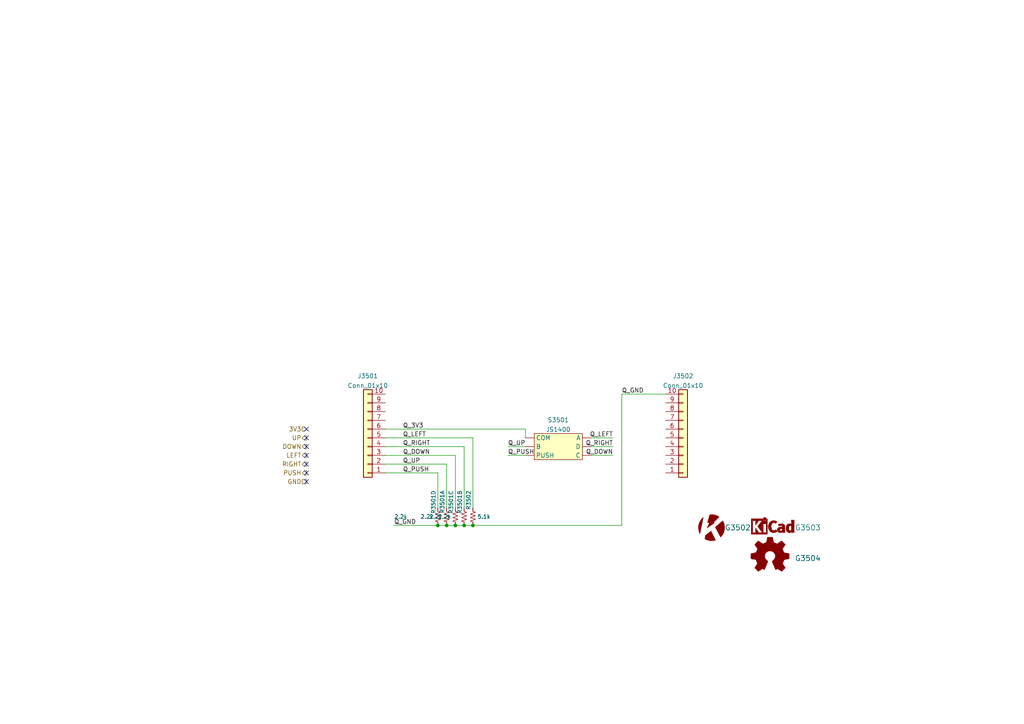
<source format=kicad_sch>
(kicad_sch (version 20211123) (generator eeschema)
  (paper "A4")
  (lib_symbols
    (symbol "Connector_Generic:Conn_01x10" (pin_names (offset 1.016) hide)
      (property "Reference" "J" (at 0 12.7 0))
      (property "Value" "Conn_01x10" (at 0 -15.24 0))
      (symbol "Conn_01x10_1_1"
        (rectangle (start -1.27 -12.573) (end 0 -12.827) (stroke (width 0.1524)))
        (rectangle (start -1.27 -10.033) (end 0 -10.287) (stroke (width 0.1524)))
        (rectangle (start -1.27 -7.493) (end 0 -7.747) (stroke (width 0.1524)))
        (rectangle (start -1.27 -4.953) (end 0 -5.207) (stroke (width 0.1524)))
        (rectangle (start -1.27 -2.413) (end 0 -2.667) (stroke (width 0.1524)))
        (rectangle (start -1.27 0.127) (end 0 -0.127) (stroke (width 0.1524)))
        (rectangle (start -1.27 2.667) (end 0 2.413) (stroke (width 0.1524)))
        (rectangle (start -1.27 5.207) (end 0 4.953) (stroke (width 0.1524)))
        (rectangle (start -1.27 7.747) (end 0 7.493) (stroke (width 0.1524)))
        (rectangle (start -1.27 10.287) (end 0 10.033) (stroke (width 0.1524)))
        (rectangle (start -1.27 11.43) (end 1.27 -13.97) (stroke (width 0.254)) (fill (type background)))
        (pin passive line (at -5.08 10.16 0) (length 3.81) (name "Pin_1") (number "1"))
        (pin passive line (at -5.08 -12.7 0) (length 3.81) (name "Pin_10") (number "10"))
        (pin passive line (at -5.08 7.62 0) (length 3.81) (name "Pin_2") (number "2"))
        (pin passive line (at -5.08 5.08 0) (length 3.81) (name "Pin_3") (number "3"))
        (pin passive line (at -5.08 2.54 0) (length 3.81) (name "Pin_4") (number "4"))
        (pin passive line (at -5.08 0 0) (length 3.81) (name "Pin_5") (number "5"))
        (pin passive line (at -5.08 -2.54 0) (length 3.81) (name "Pin_6") (number "6"))
        (pin passive line (at -5.08 -5.08 0) (length 3.81) (name "Pin_7") (number "7"))
        (pin passive line (at -5.08 -7.62 0) (length 3.81) (name "Pin_8") (number "8"))
        (pin passive line (at -5.08 -10.16 0) (length 3.81) (name "Pin_9") (number "9"))
      )
    )
    (symbol "KwanSystems:DesignedWithKicad" (pin_names (offset 1.016)) (in_bom no)
      (property "Value" "DesignedWithKicad" (at 3.81 -2.54 0))
      (symbol "DesignedWithKicad_0_1"
        (polyline (pts (xy -2.273 4.2434) (xy -2.1768 4.2192) (xy -2.0902 4.1764) (xy -2.0154 4.1166) (xy -1.9544 4.0415) (xy -1.9094 3.9528) (xy -1.8831 3.8565) (xy -1.8773 3.7592) (xy -1.8921 3.6653) (xy -1.9258 3.5775) (xy -1.9765 3.4982) (xy -2.0423 3.4302) (xy -2.1214 3.3759) (xy -2.2119 3.338) (xy -2.2632 3.3256) (xy -2.3077 3.3181) (xy -2.342 3.3151) (xy -2.375 3.3169) (xy -2.4154 3.3238) (xy -2.4485 3.3308) (xy -2.5419 3.3623) (xy -2.6256 3.4134) (xy -2.6977 3.4826) (xy -2.7562 3.5683) (xy -2.7701 3.5955) (xy -2.7866 3.6319) (xy -2.7969 3.6624) (xy -2.8025 3.6946) (xy -2.8047 3.7357) (xy -2.8049 3.7818) (xy -2.8009 3.8661) (xy -2.7874 3.9354) (xy -2.7623 3.996) (xy -2.7228 4.0544) (xy -2.6843 4.0987) (xy -2.6124 4.1645) (xy -2.5373 4.2099) (xy -2.4546 4.2372) (xy -2.3769 4.2474) (xy -2.273 4.2434)) (stroke (width 0.0025)) (fill (type outline)))
        (polyline (pts (xy 0.3284 3.3209) (xy 0.4886 3.2998) (xy 0.6525 3.2596) (xy 0.8223 3.2001) (xy 1 3.1208) (xy 1.0113 3.1153) (xy 1.069 3.0873) (xy 1.1206 3.0632) (xy 1.1622 3.0448) (xy 1.1902 3.0336) (xy 1.1997 3.0311) (xy 1.219 3.0261) (xy 1.2236 3.0219) (xy 1.2185 3.0114) (xy 1.2024 2.9851) (xy 1.1773 2.9457) (xy 1.1449 2.896) (xy 1.1071 2.8387) (xy 1.0658 2.7765) (xy 1.0228 2.7123) (xy 0.9799 2.6487) (xy 0.939 2.5886) (xy 0.902 2.5346) (xy 0.8706 2.4896) (xy 0.8468 2.4563) (xy 0.8323 2.4374) (xy 0.8303 2.4352) (xy 0.8202 2.4399) (xy 0.7978 2.457) (xy 0.7673 2.4836) (xy 0.7515 2.498) (xy 0.655 2.5733) (xy 0.5483 2.6288) (xy 0.4328 2.6639) (xy 0.31 2.6781) (xy 0.2406 2.6769) (xy 0.1194 2.6598) (xy 0.0102 2.6239) (xy -0.0874 2.569) (xy -0.1738 2.4949) (xy -0.2492 2.4013) (xy -0.314 2.2879) (xy -0.3514 2.2013) (xy -0.3953 2.0656) (xy -0.4276 1.9182) (xy -0.4484 1.7627) (xy -0.4579 1.603) (xy -0.4562 1.443) (xy -0.4432 1.2864) (xy -0.4191 1.1371) (xy -0.384 0.9988) (xy -0.3379 0.8753) (xy -0.3216 0.841) (xy -0.2534 0.7269) (xy -0.1729 0.6304) (xy -0.0814 0.5523) (xy 0.0199 0.4934) (xy 0.1299 0.4544) (xy 0.2474 0.4361) (xy 0.2889 0.4348) (xy 0.4104 0.4457) (xy 0.5309 0.4785) (xy 0.6487 0.5326) (xy 0.7623 0.6071) (xy 0.8537 0.6855) (xy 0.9002 0.73) (xy 1.0815 0.4327) (xy 1.1266 0.3586) (xy 1.1678 0.2904) (xy 1.2037 0.2305) (xy 1.2329 0.1816) (xy 1.2538 0.1459) (xy 1.2649 0.126) (xy 1.2664 0.1229) (xy 1.2581 0.1133) (xy 1.2326 0.096) (xy 1.1929 0.0727) (xy 1.1423 0.0451) (xy 1.0841 0.0147) (xy 1.0214 -0.0168) (xy 0.9576 -0.0477) (xy 0.8959 -0.0765) (xy 0.8394 -0.1014) (xy 0.7914 -0.1209) (xy 0.768 -0.1293) (xy 0.6342 -0.1671) (xy 0.4963 -0.1921) (xy 0.3486 -0.2051) (xy 0.2218 -0.2075) (xy 0.1539 -0.2064) (xy 0.0883 -0.2043) (xy 0.0308 -0.2014) (xy -0.0126 -0.1981) (xy -0.0267 -0.1964) (xy -0.1657 -0.1676) (xy -0.3072 -0.1225) (xy -0.4447 -0.0638) (xy -0.5716 0.0059) (xy -0.6491 0.0586) (xy -0.7765 0.1668) (xy -0.8948 0.2933) (xy -1.0018 0.4351) (xy -1.0953 0.589) (xy -1.1732 0.7519) (xy -1.217 0.8692) (xy -1.2673 1.0529) (xy -1.3008 1.2474) (xy -1.3176 1.4487) (xy -1.3176 1.6524) (xy -1.3009 1.8545) (xy -1.2675 2.0506) (xy -1.2174 2.2366) (xy -1.2136 2.2482) (xy -1.1507 2.4103) (xy -1.074 2.5582) (xy -0.9808 2.6961) (xy -0.8685 2.8283) (xy -0.8246 2.8736) (xy -0.6885 2.9975) (xy -0.5485 3.1001) (xy -0.4026 3.1823) (xy -0.2486 3.2454) (xy -0.0843 3.2905) (xy 0.0113 3.308) (xy 0.17 3.3235) (xy 0.3284 3.3209)) (stroke (width 0.0025)) (fill (type outline)))
        (polyline (pts (xy 6.1865 1.7978) (xy 6.1865 1.5633) (xy 6.1866 1.3504) (xy 6.1866 1.1578) (xy 6.1868 0.9845) (xy 6.1871 0.8294) (xy 6.1875 0.6914) (xy 6.1882 0.5693) (xy 6.189 0.4621) (xy 6.1902 0.3687) (xy 6.1917 0.2879) (xy 6.1935 0.2187) (xy 6.1958 0.16) (xy 6.1985 0.1106) (xy 6.2016 0.0695) (xy 6.2053 0.0356) (xy 6.2095 0.0077) (xy 6.2143 -0.0152) (xy 6.2198 -0.0342) (xy 6.2259 -0.0505) (xy 6.2327 -0.0652) (xy 6.2403 -0.0792) (xy 6.2486 -0.0939) (xy 6.2538 -0.103) (xy 6.2881 -0.1637) (xy 5.43 -0.1637) (xy 5.43 -0.0677) (xy 5.4292 -0.0244) (xy 5.4273 0.0088) (xy 5.4245 0.0266) (xy 5.4232 0.0282) (xy 5.4118 0.0213) (xy 5.3891 0.0035) (xy 5.3664 -0.0159) (xy 5.3118 -0.0566) (xy 5.2423 -0.0976) (xy 5.1653 -0.1351) (xy 5.088 -0.1654) (xy 5.0571 -0.175) (xy 4.9886 -0.1896) (xy 4.9058 -0.1995) (xy 4.8164 -0.2046) (xy 4.7282 -0.2044) (xy 4.6492 -0.1987) (xy 4.6115 -0.1929) (xy 4.4734 -0.1548) (xy 4.3461 -0.0971) (xy 4.2303 -0.0202) (xy 4.1266 0.0753) (xy 4.0358 0.1888) (xy 3.969 0.2996) (xy 3.9142 0.4164) (xy 3.8722 0.5357) (xy 3.8422 0.6617) (xy 3.8233 0.7984) (xy 3.8147 0.9498) (xy 3.814 1.0273) (xy 3.8161 1.0841) (xy 4.6452 1.0841) (xy 4.6454 0.991) (xy 4.6483 0.9033) (xy 4.654 0.8262) (xy 4.6625 0.765) (xy 4.665 0.7526) (xy 4.6968 0.6454) (xy 4.7385 0.5583) (xy 4.7904 0.4914) (xy 4.8528 0.4442) (xy 4.9261 0.4166) (xy 5.0107 0.4085) (xy 5.1068 0.4194) (xy 5.1703 0.4352) (xy 5.2195 0.4534) (xy 5.2736 0.4792) (xy 5.3142 0.5029) (xy 5.3848 0.5493) (xy 5.3848 1.6995) (xy 5.3174 1.743) (xy 5.2389 1.784) (xy 5.1547 1.8106) (xy 5.0696 1.8225) (xy 4.9882 1.8193) (xy 4.9154 1.8004) (xy 4.8834 1.7848) (xy 4.8255 1.7418) (xy 4.7765 1.685) (xy 4.7354 1.6124) (xy 4.7009 1.5219) (xy 4.6718 1.4113) (xy 4.6706 1.4055) (xy 4.6604 1.3432) (xy 4.6527 1.2654) (xy 4.6477 1.1773) (xy 4.6452 1.0841) (xy 3.8161 1.0841) (xy 3.8219 1.2401) (xy 3.8438 1.4359) (xy 3.8798 1.6147) (xy 3.9298 1.7762) (xy 3.9937 1.9203) (xy 4.0715 2.0469) (xy 4.1631 2.1559) (xy 4.2685 2.2471) (xy 4.3137 2.2781) (xy 4.4146 2.3342) (xy 4.5179 2.3738) (xy 4.628 2.398) (xy 4.7493 2.4078) (xy 4.8418 2.4067) (xy 4.9715 2.3958) (xy 5.0841 2.374) (xy 5.1829 2.3403) (xy 5.2711 2.2938) (xy 5.32 2.2596) (xy 5.3494 2.2376) (xy 5.371 2.2227) (xy 5.3793 2.2183) (xy 5.3809 2.2291) (xy 5.3822 2.2597) (xy 5.3831 2.3075) (xy 5.3838 2.3695) (xy 5.3842 2.4431) (xy 5.3843 2.5256) (xy 5.3842 2.6141) (xy 5.3838 2.7059) (xy 5.3832 2.7983) (xy 5.3823 2.8885) (xy 5.3813 2.9737) (xy 5.38 3.0513) (xy 5.3786 3.1184) (xy 5.3769 3.1724) (xy 5.3752 3.2104) (xy 5.3747 3.2173) (xy 5.3671 3.2877) (xy 5.3555 3.3429) (xy 5.3378 3.39) (xy 5.3117 3.4364) (xy 5.3054 3.4459) (xy 5.281 3.4826) (xy 6.1863 3.4826) (xy 6.1865 1.7978)) (stroke (width 0.0025)) (fill (type outline)))
        (polyline (pts (xy 2.6736 2.4034) (xy 2.8255 2.3834) (xy 2.9608 2.3498) (xy 3.0802 2.3023) (xy 3.1848 2.2406) (xy 3.2624 2.177) (xy 3.3313 2.1029) (xy 3.385 2.0231) (xy 3.4279 1.9309) (xy 3.4434 1.8878) (xy 3.4562 1.8489) (xy 3.4674 1.8127) (xy 3.4771 1.7776) (xy 3.4854 1.7416) (xy 3.4924 1.703) (xy 3.4983 1.6598) (xy 3.5031 1.6104) (xy 3.5071 1.5527) (xy 3.5103 1.4851) (xy 3.5129 1.4057) (xy 3.5151 1.3126) (xy 3.5168 1.204) (xy 3.5183 1.0781) (xy 3.5198 0.933) (xy 3.521 0.7902) (xy 3.5224 0.634) (xy 3.5236 0.4988) (xy 3.5248 0.3828) (xy 3.5261 0.2844) (xy 3.5277 0.2019) (xy 3.5297 0.1338) (xy 3.5322 0.0782) (xy 3.5353 0.0337) (xy 3.5391 -0.0015) (xy 3.5439 -0.029) (xy 3.5496 -0.0506) (xy 3.5565 -0.0677) (xy 3.5647 -0.0822) (xy 3.5742 -0.0956) (xy 3.5853 -0.1096) (xy 3.5896 -0.1151) (xy 3.6054 -0.1379) (xy 3.6124 -0.1535) (xy 3.6124 -0.1539) (xy 3.6016 -0.1561) (xy 3.5706 -0.1581) (xy 3.522 -0.1599) (xy 3.4582 -0.1615) (xy 3.3817 -0.1626) (xy 3.2949 -0.1634) (xy 3.2005 -0.1637) (xy 3.1896 -0.1637) (xy 2.7667 -0.1637) (xy 2.7634 -0.0676) (xy 2.7601 0.0284) (xy 2.698 -0.0225) (xy 2.6007 -0.0901) (xy 2.4908 -0.1447) (xy 2.4043 -0.175) (xy 2.3353 -0.1897) (xy 2.2519 -0.1997) (xy 2.1622 -0.2046) (xy 2.0738 -0.2043) (xy 1.9949 -0.1984) (xy 1.9586 -0.1926) (xy 1.8186 -0.1548) (xy 1.6922 -0.0999) (xy 1.5803 -0.0289) (xy 1.4838 0.0574) (xy 1.4036 0.1583) (xy 1.3407 0.2729) (xy 1.2963 0.399) (xy 1.284 0.4556) (xy 1.2764 0.5178) (xy 1.2727 0.5926) (xy 1.2722 0.6265) (xy 1.2723 0.6297) (xy 2.0322 0.6297) (xy 2.0415 0.5547) (xy 2.0697 0.4908) (xy 2.1182 0.4352) (xy 2.1233 0.4308) (xy 2.1715 0.396) (xy 2.2233 0.3734) (xy 2.284 0.3615) (xy 2.3594 0.3586) (xy 2.3775 0.359) (xy 2.4313 0.3617) (xy 2.4713 0.3671) (xy 2.5063 0.3773) (xy 2.5451 0.3941) (xy 2.5557 0.3993) (xy 2.6164 0.4352) (xy 2.6632 0.4778) (xy 2.676 0.493) (xy 2.7206 0.5495) (xy 2.7206 0.7454) (xy 2.7201 0.8241) (xy 2.7184 0.882) (xy 2.7154 0.9211) (xy 2.7111 0.9433) (xy 2.707 0.9497) (xy 2.691 0.9529) (xy 2.6573 0.9555) (xy 2.6103 0.9573) (xy 2.555 0.9581) (xy 2.5461 0.9582) (xy 2.4253 0.9529) (xy 2.3227 0.9367) (xy 2.2361 0.909) (xy 2.1637 0.8692) (xy 2.1088 0.8222) (xy 2.0642 0.7644) (xy 2.0395 0.7013) (xy 2.0322 0.6297) (xy 1.2723 0.6297) (xy 1.2742 0.7203) (xy 1.2825 0.7992) (xy 1.2988 0.8704) (xy 1.3244 0.9411) (xy 1.3484 0.9935) (xy 1.407 1.0888) (xy 1.4851 1.1768) (xy 1.5803 1.256) (xy 1.6902 1.3247) (xy 1.8125 1.3813) (xy 1.9448 1.4242) (xy 2.0094 1.4391) (xy 2.1456 1.4612) (xy 2.294 1.4758) (xy 2.4455 1.4822) (xy 2.5721 1.4806) (xy 2.734 1.4738) (xy 2.7265 1.5328) (xy 2.7072 1.6319) (xy 2.6761 1.7126) (xy 2.6323 1.7755) (xy 2.5749 1.8212) (xy 2.503 1.8504) (xy 2.4159 1.8636) (xy 2.3127 1.8614) (xy 2.2747 1.8574) (xy 2.1335 1.8322) (xy 1.9967 1.7912) (xy 1.9022 1.7532) (xy 1.857 1.7338) (xy 1.8186 1.7182) (xy 1.7922 1.7086) (xy 1.7845 1.7065) (xy 1.7748 1.7156) (xy 1.7581 1.7446) (xy 1.7342 1.7938) (xy 1.7031 1.8635) (xy 1.6645 1.9541) (xy 1.6579 1.9699) (xy 1.6279 2.0422) (xy 1.6009 2.1076) (xy 1.5781 2.1631) (xy 1.5608 2.2059) (xy 1.55 2.2332) (xy 1.5469 2.2421) (xy 1.5569 2.2468) (xy 1.5832 2.2521) (xy 1.6115 2.2558) (xy 1.6416 2.2605) (xy 1.6894 2.27) (xy 1.7506 2.2832) (xy 1.8209 2.2992) (xy 1.8962 2.3172) (xy 1.9248 2.3242) (xy 2.0298 2.3498) (xy 2.1175 2.3699) (xy 2.1921 2.385) (xy 2.2579 2.396) (xy 2.3193 2.4033) (xy 2.3806 2.4077) (xy 2.4461 2.4097) (xy 2.5041 2.4101) (xy 2.6736 2.4034)) (stroke (width 0.0025)) (fill (type outline)))
        (polyline (pts (xy -2.9464 3.7809) (xy -2.9355 3.667) (xy -2.9039 3.5594) (xy -2.853 3.4604) (xy -2.7843 3.3723) (xy -2.6992 3.2975) (xy -2.6022 3.2396) (xy -2.496 3.2) (xy -2.389 3.1814) (xy -2.2833 3.1826) (xy -2.1811 3.2021) (xy -2.0845 3.2386) (xy -1.9956 3.2908) (xy -1.9165 3.3573) (xy -1.8494 3.4368) (xy -1.7962 3.528) (xy -1.7592 3.6295) (xy -1.7404 3.7399) (xy -1.7385 3.7898) (xy -1.7385 3.8777) (xy -1.6866 3.8777) (xy -1.6503 3.8749) (xy -1.6234 3.8631) (xy -1.5962 3.8394) (xy -1.5579 3.801) (xy -1.5579 1.6094) (xy -1.5579 1.3473) (xy -1.5579 1.1068) (xy -1.558 0.887) (xy -1.5581 0.6869) (xy -1.5582 0.5057) (xy -1.5584 0.3423) (xy -1.5587 0.1958) (xy -1.5591 0.0654) (xy -1.5595 -0.05) (xy -1.56 -0.1513) (xy -1.5606 -0.2395) (xy -1.5613 -0.3154) (xy -1.5621 -0.3801) (xy -1.5631 -0.4344) (xy -1.5642 -0.4793) (xy -1.5654 -0.5157) (xy -1.5667 -0.5447) (xy -1.5683 -0.5671) (xy -1.5699 -0.5838) (xy -1.5718 -0.5959) (xy -1.5738 -0.6042) (xy -1.576 -0.6097) (xy -1.5771 -0.6115) (xy -1.5813 -0.6185) (xy -1.5848 -0.625) (xy -1.5886 -0.6309) (xy -1.5937 -0.6363) (xy -1.6009 -0.6412) (xy -1.6111 -0.6456) (xy -1.6254 -0.6496) (xy -1.6445 -0.6531) (xy -1.6695 -0.6563) (xy -1.7012 -0.659) (xy -1.7407 -0.6615) (xy -1.7887 -0.6636) (xy -1.8462 -0.6653) (xy -1.9142 -0.6668) (xy -1.9936 -0.6681) (xy -2.0853 -0.6691) (xy -2.1902 -0.6699) (xy -2.3092 -0.6705) (xy -2.4433 -0.6709) (xy -2.5934 -0.6712) (xy -2.7604 -0.6714) (xy -2.9452 -0.6715) (xy -3.1488 -0.6715) (xy -3.3721 -0.6715) (xy -3.6159 -0.6715) (xy -3.8813 -0.6714) (xy -3.9197 -0.6714) (xy -4.1867 -0.6714) (xy -4.432 -0.6713) (xy -4.6566 -0.6712) (xy -4.8613 -0.6711) (xy -5.0472 -0.6709) (xy -5.2151 -0.6706) (xy -5.3659 -0.6703) (xy -5.5006 -0.6699) (xy -5.62 -0.6694) (xy -5.7252 -0.6689) (xy -5.817 -0.6683) (xy -5.8963 -0.6675) (xy -5.964 -0.6667) (xy -6.0212 -0.6657) (xy -6.0686 -0.6646) (xy -6.1073 -0.6634) (xy -6.138 -0.662) (xy -6.1619 -0.6606) (xy -6.1797 -0.6589) (xy -6.1924 -0.6571) (xy -6.2009 -0.6551) (xy -6.2053 -0.6535) (xy -6.2137 -0.6499) (xy -6.2215 -0.6473) (xy -6.2286 -0.6446) (xy -6.2351 -0.6411) (xy -6.2409 -0.6356) (xy -6.2462 -0.6274) (xy -6.251 -0.6154) (xy -6.2552 -0.5987) (xy -6.2589 -0.5765) (xy -6.2622 -0.5477) (xy -6.2651 -0.5114) (xy -6.2675 -0.4667) (xy -6.2696 -0.4126) (xy -6.2714 -0.3483) (xy -6.2728 -0.2727) (xy -6.274 -0.185) (xy -6.2749 -0.0842) (xy -6.2756 0.0306) (xy -6.2761 0.1603) (xy -6.2764 0.306) (xy -6.2766 0.4685) (xy -6.2767 0.6487) (xy -6.2767 0.8476) (xy -6.2767 1.0662) (xy -6.2766 1.3053) (xy -6.2766 1.566) (xy -6.2766 1.6081) (xy -6.2766 1.871) (xy -6.2767 2.1123) (xy -6.2767 2.3328) (xy -6.2766 2.5336) (xy -6.2765 2.7157) (xy -6.2764 2.8798) (xy -6.2761 3.027) (xy -6.2756 3.1582) (xy -6.275 3.2681) (xy -5.9722 3.2681) (xy -5.9324 3.2103) (xy -5.9212 3.1945) (xy -5.9112 3.1806) (xy -5.9021 3.1672) (xy -5.8941 3.1533) (xy -5.887 3.1376) (xy -5.8807 3.119) (xy -5.8753 3.0963) (xy -5.8707 3.0683) (xy -5.8667 3.0337) (xy -5.8634 2.9915) (xy -5.8607 2.9404) (xy -5.8585 2.8793) (xy -5.8567 2.8069) (xy -5.8554 2.722) (xy -5.8545 2.6236) (xy -5.8539 2.5103) (xy -5.8535 2.3811) (xy -5.8533 2.2347) (xy -5.8532 2.0699) (xy -5.8532 1.8856) (xy -5.8533 1.6805) (xy -5.8533 1.5579) (xy -5.8533 1.3409) (xy -5.8532 1.1454) (xy -5.8532 0.97) (xy -5.8534 0.8137) (xy -5.8536 0.6751) (xy -5.8541 0.5533) (xy -5.8549 0.4468) (xy -5.856 0.3547) (xy -5.8574 0.2756) (xy -5.8593 0.2084) (xy -5.8617 0.1519) (xy -5.8647 0.1049) (xy -5.8683 0.0662) (xy -5.8725 0.0347) (xy -5.8774 0.0091) (xy -5.8832 -0.0117) (xy -5.8897 -0.0289) (xy -5.8972 -0.0438) (xy -5.9056 -0.0574) (xy -5.915 -0.0711) (xy -5.9254 -0.0859) (xy -5.9315 -0.0948) (xy -5.9703 -0.1524) (xy -5.4387 -0.1524) (xy -5.3155 -0.1524) (xy -5.213 -0.1522) (xy -5.1294 -0.1519) (xy -5.063 -0.1513) (xy -5.0118 -0.1504) (xy -4.974 -0.1491) (xy -4.9479 -0.1473) (xy -4.9316 -0.145) (xy -4.9233 -0.142) (xy -4.9212 -0.1384) (xy -4.9233 -0.1341) (xy -4.9245 -0.1326) (xy -4.9497 -0.0956) (xy -4.9756 -0.0428) (xy -4.9992 0.0192) (xy -5.0075 0.0456) (xy -5.0121 0.0636) (xy -5.016 0.0846) (xy -5.0192 0.1109) (xy -5.022 0.1445) (xy -5.0242 0.1874) (xy -5.0261 0.2418) (xy -5.0276 0.3097) (xy -5.029 0.3933) (xy -5.0302 0.4946) (xy -5.0313 0.6157) (xy -5.0317 0.6604) (xy -5.0327 0.7856) (xy -5.0335 0.8899) (xy -5.0339 0.9753) (xy -5.034 1.0435) (xy -5.0336 1.0962) (xy -5.0327 1.1354) (xy -5.0313 1.1627) (xy -5.0293 1.18) (xy -5.0266 1.1891) (xy -5.0232 1.1917) (xy -5.019 1.1896) (xy -5.0146 1.1853) (xy -5.0042 1.1724) (xy -4.9822 1.1433) (xy -4.95 1.1002) (xy -4.9092 1.0453) (xy -4.8614 0.9806) (xy -4.8081 0.9083) (xy -4.7509 0.8305) (xy -4.6914 0.7493) (xy -4.6312 0.6669) (xy -4.5717 0.5855) (xy -4.5145 0.507) (xy -4.4612 0.4338) (xy -4.4135 0.3679) (xy -4.3727 0.3113) (xy -4.3405 0.2664) (xy -4.3185 0.2352) (xy -4.3139 0.2285) (xy -4.291 0.1916) (xy -4.2642 0.1436) (xy -4.2388 0.0941) (xy -4.2356 0.0874) (xy -4.2139 0.0392) (xy -4.2013 0.0017) (xy -4.1956 -0.0342) (xy -4.1945 -0.0762) (xy -4.1951 -0.1524) (xy -3.0407 -0.1524) (xy -3.1318 -0.0587) (xy -3.1786 -0.0088) (xy -3.2289 0.0477) (xy -3.2749 0.102) (xy -3.2954 0.1273) (xy -3.3258 0.1669) (xy -3.3659 0.2201) (xy -3.4144 0.2853) (xy -3.4701 0.361) (xy -3.532 0.4454) (xy -3.5988 0.537) (xy -3.6694 0.6341) (xy -3.7425 0.7351) (xy -3.8171 0.8383) (xy -3.8919 0.9422) (xy -3.9658 1.0451) (xy -4.0376 1.1454) (xy -4.1062 1.2414) (xy -4.1703 1.3315) (xy -4.2288 1.4141) (xy -4.2805 1.4875) (xy -4.3242 1.5502) (xy -4.3589 1.6004) (xy -4.3832 1.6367) (xy -4.3961 1.6572) (xy -4.3979 1.6613) (xy -4.3899 1.6727) (xy -4.3691 1.6998) (xy -4.3368 1.7412) (xy -4.2945 1.795) (xy -4.2433 1.8595) (xy -4.1848 1.9331) (xy -4.1203 2.014) (xy -4.0511 2.1006) (xy -3.9787 2.1912) (xy -3.9042 2.2839) (xy -3.8445 2.3583) (xy -2.8335 2.3583) (xy -2.8276 2.3453) (xy -2.8133 2.3231) (xy -2.8122 2.3216) (xy -2.7934 2.2915) (xy -2.7738 2.2546) (xy -2.7699 2.2465) (xy -2.7664 2.2381) (xy -2.7632 2.2279) (xy -2.7605 2.2147) (xy -2.7581 2.1971) (xy -2.756 2.1735) (xy -2.7542 2.1427) (xy -2.7527 2.1032) (xy -2.7514 2.0537) (xy -2.7503 1.9928) (xy -2.7494 1.919) (xy -2.7486 1.831) (xy -2.7479 1.7273) (xy -2.7474 1.6067) (xy -2.7468 1.4676) (xy -2.7463 1.3088) (xy -2.7457 1.1299) (xy -2.7452 0.9448) (xy -2.7448 0.7809) (xy -2.7445 0.6367) (xy -2.7445 0.5109) (xy -2.7448 0.4021) (xy -2.7454 0.3089) (xy -2.7465 0.2299) (xy -2.7481 0.1637) (xy -2.7503 0.1088) (xy -2.7531 0.064) (xy -2.7567 0.0277) (xy -2.761 -0.0013) (xy -2.7661 -0.0246) (xy -2.7722 -0.0435) (xy -2.7792 -0.0594) (xy -2.7873 -0.0736) (xy -2.7965 -0.0877) (xy -2.805 -0.1002) (xy -2.8222 -0.1265) (xy -2.8323 -0.144) (xy -2.8335 -0.1473) (xy -2.8226 -0.1483) (xy -2.7914 -0.1493) (xy -2.7422 -0.1502) (xy -2.6773 -0.151) (xy -2.599 -0.1516) (xy -2.5096 -0.1521) (xy -2.4114 -0.1523) (xy -2.3424 -0.1524) (xy -2.2375 -0.1522) (xy -2.1406 -0.1515) (xy -2.0541 -0.1505) (xy -1.9801 -0.1492) (xy -1.9209 -0.1476) (xy -1.8785 -0.1458) (xy -1.8553 -0.1438) (xy -1.8514 -0.1425) (xy -1.8591 -0.1276) (xy -1.8671 -0.1196) (xy -1.8802 -0.1024) (xy -1.8975 -0.0722) (xy -1.9094 -0.0476) (xy -1.936 0.0113) (xy -1.9391 1.1882) (xy -1.9422 2.365) (xy -2.3879 2.365) (xy -2.4857 2.3649) (xy -2.5761 2.3644) (xy -2.6566 2.3637) (xy -2.725 2.3627) (xy -2.7787 2.3615) (xy -2.8153 2.3602) (xy -2.8325 2.3588) (xy -2.8335 2.3583) (xy -3.8445 2.3583) (xy -3.8293 2.3773) (xy -3.7551 2.4695) (xy -3.6831 2.5588) (xy -3.6146 2.6436) (xy -3.551 2.7221) (xy -3.4936 2.7927) (xy -3.4438 2.8536) (xy -3.4031 2.9032) (xy -3.3859 2.9238) (xy -3.2996 3.0245) (xy -3.223 3.1077) (xy -3.1542 3.1756) (xy -3.0912 3.2299) (xy -3.0819 3.2373) (xy -3.0424 3.2679) (xy -4.1741 3.2681) (xy -4.1688 3.2202) (xy -4.1721 3.1628) (xy -4.1937 3.0945) (xy -4.2336 3.0148) (xy -4.2789 2.9425) (xy -4.2952 2.9199) (xy -4.3232 2.8823) (xy -4.3614 2.832) (xy -4.4081 2.771) (xy -4.4617 2.7016) (xy -4.5203 2.6258) (xy -4.5825 2.5458) (xy -4.6464 2.4638) (xy -4.7105 2.3818) (xy -4.773 2.3021) (xy -4.8323 2.2267) (xy -4.8868 2.1578) (xy -4.9346 2.0976) (xy -4.9743 2.0481) (xy -5.004 2.0116) (xy -5.0222 1.9901) (xy -5.0252 1.9868) (xy -5.0281 1.9949) (xy -5.0303 2.0251) (xy -5.0319 2.0774) (xy -5.0328 2.1515) (xy -5.033 2.2469) (xy -5.0326 2.3636) (xy -5.0317 2.4836) (xy -5.0304 2.6157) (xy -5.0289 2.7274) (xy -5.0269 2.821) (xy -5.0242 2.8986) (xy -5.0206 2.9624) (xy -5.0158 3.0147) (xy -5.0095 3.0577) (xy -5.0015 3.0934) (xy -4.9916 3.1243) (xy -4.9795 3.1524) (xy -4.965 3.18) (xy -4.9503 3.205) (xy -4.9123 3.2681) (xy -5.9722 3.2681) (xy -6.275 3.2681) (xy -6.275 3.2744) (xy -6.2742 3.3765) (xy -6.2732 3.4654) (xy -6.2719 3.5421) (xy -6.2704 3.6075) (xy -6.2685 3.6626) (xy -6.2664 3.7082) (xy -6.2639 3.7455) (xy -6.261 3.7752) (xy -6.2577 3.7983) (xy -6.254 3.8159) (xy -6.2499 3.8287) (xy -6.2452 3.8378) (xy -6.2401 3.8441) (xy -6.2345 3.8485) (xy -6.2283 3.852) (xy -6.2215 3.8556) (xy -6.2155 3.8591) (xy -6.2103 3.8617) (xy -6.2021 3.864) (xy -6.1899 3.8661) (xy -6.1725 3.868) (xy -6.149 3.8697) (xy -6.1181 3.8711) (xy -6.0788 3.8724) (xy -6.03 3.8735) (xy -5.9705 3.8744) (xy -5.8994 3.8752) (xy -5.8155 3.8759) (xy -5.7177 3.8764) (xy -5.6049 3.8768) (xy -5.476 3.8772) (xy -5.33 3.8774) (xy -5.1657 3.8776) (xy -4.982 3.8777) (xy -4.7779 3.8777) (xy -4.5668 3.8777) (xy -2.9464 3.8777) (xy -2.9464 3.7809)) (stroke (width 0.0025)) (fill (type outline)))
      )
    )
    (symbol "KwanSystems:JS5208" (pin_numbers hide)
      (property "Reference" "S" (at -6.35 5.08 0))
      (property "Value" "JS5208" (at -3.81 -5.08 0))
      (symbol "JS5208_0_1"
        (rectangle (start -7.62 3.81) (end 6.35 -3.81) (stroke (width 0.1524)) (fill (type background)))
      )
      (symbol "JS5208_1_1"
        (pin passive line (at 8.89 2.54 180) (length 2.54) (name "A") (number "A"))
        (pin passive line (at -10.16 0 0) (length 2.54) (name "B") (number "B"))
        (pin passive line (at 8.89 -2.54 180) (length 2.54) (name "C") (number "C"))
        (pin passive line (at -10.16 2.54 0) (length 2.54) (name "COM") (number "COM"))
        (pin passive line (at 8.89 0 180) (length 2.54) (name "D") (number "D"))
        (pin passive line (at -10.16 -2.54 0) (length 2.54) (name "PUSH") (number "PUSH"))
      )
    )
    (symbol "KwanSystems:KwanSystems" (pin_names (offset 1.016)) (in_bom no)
      (property "Value" "KwanSystems" (at 0 -5.08 0))
      (symbol "KwanSystems_0_1"
        (polyline (pts (xy 0.3018 3.8025) (xy 0.5462 3.7744) (xy 0.7854 3.7321) (xy 1.0193 3.6754) (xy 1.2478 3.6045) (xy 1.4711 3.5193) (xy 1.689 3.4198) (xy 1.9015 3.3061) (xy 2.1085 3.1781) (xy 2.2308 3.09) (xy 0.4924 1.42) (xy 0.9508 1.42) (xy -1.31 -0.12) (xy -0.5992 1.42) (xy -1.1938 1.42) (xy -0.5192 3.78) (xy -0.3885 3.7927) (xy -0.1814 3.8059) (xy 0.0333 3.811)) (stroke (width 0.0025)) (fill (type outline)))
        (polyline (pts (xy 1.2117 -3.611) (xy 1.1805 -3.6269) (xy 1.1201 -3.6454) (xy 1.0517 -3.6655) (xy 0.8462 -3.7189) (xy 0.6348 -3.7604) (xy 0.4156 -3.7905) (xy 0.3277 -3.7992) (xy 0.1234 -3.8081) (xy 0.0408 -3.8091) (xy -0.0437 -3.8092) (xy -0.1265 -3.8082) (xy -0.3391 -3.7989) (xy -0.5799 -3.7695) (xy -0.8161 -3.7257) (xy -1.0478 -3.6672) (xy -1.2753 -3.5942) (xy -1.4987 -3.5065) (xy -1.6599 -3.4329) (xy -1.8371 -3.3426) (xy -1.9342 -3.2879) (xy -1.78 -2.25) (xy -0.12 -0.95)) (stroke (width 0.0025)) (fill (type outline)))
        (polyline (pts (xy -3.33 -1.85) (xy -3.4035 -1.7216) (xy -3.5014 -1.5107) (xy -3.5664 -1.3527) (xy -3.641 -1.1379) (xy -3.7016 -0.923) (xy -3.7485 -0.7062) (xy -3.782 -0.486) (xy -3.8025 -0.2605) (xy -3.8102 -0.0281) (xy -3.8103 0) (xy -3.8029 0.2742) (xy -3.7787 0.5215) (xy -3.7379 0.7583) (xy -3.6926 0.9566) (xy -3.6383 1.1468) (xy -3.5739 1.3326) (xy -3.4979 1.5178) (xy -3.4219 1.6804) (xy -3.3272 1.8622) (xy -3.2273 2.0324) (xy -3.1205 2.1935) (xy -3.0049 2.3481) (xy -2.8787 2.4988) (xy -2.7399 2.6482) (xy -2.6018 2.7839) (xy -2.4691 2.9048) (xy -2.33 3.02)) (stroke (width 0.0025)) (fill (type outline)))
        (polyline (pts (xy 3.337 1.8449) (xy 3.4183 1.6918) (xy 3.5168 1.4771) (xy 3.6016 1.2562) (xy 3.6727 1.0287) (xy 3.73 0.7948) (xy 3.7737 0.5541) (xy 3.7919 0.4191) (xy 3.7965 0.3713) (xy 3.8004 0.3111) (xy 3.8037 0.2415) (xy 3.8062 0.1653) (xy 3.808 0.0853) (xy 3.8091 0.0045) (xy 3.8092 -0.0742) (xy 3.8085 -0.148) (xy 3.8068 -0.214) (xy 3.8042 -0.2693) (xy 3.8033 -0.2821) (xy 3.7774 -0.5241) (xy 3.7368 -0.7619) (xy 3.6819 -0.9952) (xy 3.6126 -1.2235) (xy 3.5291 -1.4466) (xy 3.4316 -1.664) (xy 3.3202 -1.8755) (xy 3.1951 -2.0807) (xy 3.0563 -2.2792) (xy 2.918 -2.4541) (xy 2.7919 -2.5949) (xy 2.62 -2.77) (xy 1.07 0.12) (xy 3.24 2.01)) (stroke (width 0.0025)) (fill (type outline)))
      )
    )
    (symbol "KwanSystems:OSHW" (pin_names (offset 1.016)) (in_bom no)
      (property "Value" "OSHW" (at 10.16 1.27 0))
      (symbol "OSHW_0_1"
        (polyline (pts (xy 3.81 -3.81) (xy 3.7592 -3.7846) (xy 3.6322 -3.7084) (xy 3.4544 -3.5814) (xy 3.2258 -3.429) (xy 2.9972 -3.2766) (xy 2.8194 -3.175) (xy 2.6924 -3.0734) (xy 2.6416 -3.048) (xy 2.6162 -3.0734) (xy 2.5146 -3.1242) (xy 2.3622 -3.2004) (xy 2.2606 -3.2512) (xy 2.1336 -3.302) (xy 2.0574 -3.302) (xy 2.0574 -3.302) (xy 2.0066 -3.2004) (xy 1.9304 -2.9972) (xy 1.8034 -2.7686) (xy 1.7018 -2.4892) (xy 1.5748 -2.1844) (xy 1.4224 -1.8796) (xy 1.3208 -1.5748) (xy 1.1938 -1.2954) (xy 1.1176 -1.0922) (xy 1.0668 -0.9398) (xy 1.0414 -0.8636) (xy 1.0414 -0.8636) (xy 1.1176 -0.7874) (xy 1.2446 -0.7112) (xy 1.4986 -0.4826) (xy 1.7526 -0.1524) (xy 1.905 0.2032) (xy 1.9812 0.6096) (xy 1.9304 0.9906) (xy 1.778 1.3462) (xy 1.524 1.6764) (xy 1.2192 1.905) (xy 0.8636 2.0574) (xy 0.4572 2.1082) (xy 0.0762 2.0828) (xy -0.2794 1.9304) (xy -0.6096 1.6764) (xy -0.762 1.524) (xy -0.9398 1.1938) (xy -1.0668 0.8382) (xy -1.0668 0.762) (xy -1.0414 0.3556) (xy -0.9398 0) (xy -0.7366 -0.3302) (xy -0.4572 -0.6096) (xy -0.4064 -0.635) (xy -0.2794 -0.7366) (xy -0.1778 -0.8128) (xy -0.127 -0.8636) (xy -0.6096 -2.0574) (xy -0.6858 -2.2606) (xy -0.8382 -2.5908) (xy -0.9398 -2.8702) (xy -1.0414 -3.0988) (xy -1.1176 -3.2512) (xy -1.143 -3.302) (xy -1.143 -3.302) (xy -1.1938 -3.302) (xy -1.27 -3.2766) (xy -1.4478 -3.2004) (xy -1.5494 -3.1496) (xy -1.6764 -3.0734) (xy -1.7526 -3.048) (xy -1.8034 -3.0734) (xy -1.905 -3.1496) (xy -2.0828 -3.2766) (xy -2.3114 -3.429) (xy -2.5146 -3.556) (xy -2.6924 -3.683) (xy -2.8448 -3.7846) (xy -2.8956 -3.81) (xy -2.921 -3.81) (xy -2.9718 -3.7846) (xy -3.0734 -3.683) (xy -3.2512 -3.5306) (xy -3.4798 -3.302) (xy -3.5052 -3.2766) (xy -3.7084 -3.0734) (xy -3.8608 -2.921) (xy -3.9624 -2.794) (xy -3.9878 -2.7432) (xy -3.9878 -2.7432) (xy -3.9624 -2.6924) (xy -3.8608 -2.54) (xy -3.7592 -2.3622) (xy -3.6068 -2.1336) (xy -3.2004 -1.5494) (xy -3.429 -1.016) (xy -3.4798 -0.8382) (xy -3.5814 -0.635) (xy -3.6322 -0.508) (xy -3.6576 -0.4318) (xy -3.7338 -0.4064) (xy -3.8608 -0.381) (xy -4.0894 -0.3302) (xy -4.3434 -0.2794) (xy -4.5974 -0.254) (xy -4.8006 -0.2032) (xy -4.9784 -0.1778) (xy -5.0546 -0.1524) (xy -5.0546 -0.1524) (xy -5.08 -0.1016) (xy -5.08 -0.0254) (xy -5.08 0.1016) (xy -5.1054 0.3048) (xy -5.1054 0.6096) (xy -5.1054 0.6604) (xy -5.08 0.9398) (xy -5.08 1.1684) (xy -5.08 1.2954) (xy -5.08 1.3716) (xy -5.08 1.3716) (xy -5.0038 1.3716) (xy -4.8514 1.4224) (xy -4.6228 1.4478) (xy -4.3688 1.4986) (xy -4.3434 1.524) (xy -4.0894 1.5748) (xy -3.8608 1.6002) (xy -3.7084 1.651) (xy -3.6322 1.6764) (xy -3.6322 1.6764) (xy -3.5814 1.778) (xy -3.5052 1.9558) (xy -3.4036 2.159) (xy -3.3274 2.3622) (xy -3.2512 2.54) (xy -3.2004 2.6924) (xy -3.175 2.7432) (xy -3.175 2.7432) (xy -3.2258 2.8194) (xy -3.302 2.9464) (xy -3.429 3.1242) (xy -3.6068 3.3528) (xy -3.6068 3.3782) (xy -3.7592 3.6068) (xy -3.8862 3.7846) (xy -3.9624 3.9116) (xy -3.9878 3.9878) (xy -3.9878 3.9878) (xy -3.937 4.0386) (xy -3.8354 4.1656) (xy -3.6576 4.3434) (xy -3.4798 4.5466) (xy -3.4036 4.5974) (xy -3.2004 4.826) (xy -3.048 4.953) (xy -2.9464 5.0292) (xy -2.8956 5.0546) (xy -2.8956 5.0546) (xy -2.8448 5.0038) (xy -2.6924 4.9022) (xy -2.5146 4.7752) (xy -2.286 4.6228) (xy -2.2606 4.6228) (xy -2.032 4.4704) (xy -1.8542 4.3434) (xy -1.7272 4.2418) (xy -1.6764 4.2164) (xy -1.651 4.2164) (xy -1.5748 4.2418) (xy -1.397 4.2926) (xy -1.2192 4.3688) (xy -1.016 4.4704) (xy -0.8128 4.5466) (xy -0.6858 4.5974) (xy -0.6096 4.6482) (xy -0.6096 4.6482) (xy -0.5842 4.7244) (xy -0.5588 4.8768) (xy -0.508 5.1054) (xy -0.4572 5.3848) (xy -0.4318 5.4356) (xy -0.381 5.6896) (xy -0.3556 5.9182) (xy -0.3302 6.0706) (xy -0.3048 6.1214) (xy -0.254 6.1468) (xy -0.127 6.1468) (xy 0.0508 6.1468) (xy 0.3048 6.1468) (xy 0.5334 6.1468) (xy 0.7874 6.1468) (xy 0.9906 6.1468) (xy 1.143 6.1214) (xy 1.1938 6.1214) (xy 1.1938 6.1214) (xy 1.2192 6.0452) (xy 1.27 5.8674) (xy 1.2954 5.6388) (xy 1.3716 5.3594) (xy 1.3716 5.3086) (xy 1.4224 5.0546) (xy 1.4732 4.826) (xy 1.4986 4.6736) (xy 1.524 4.6228) (xy 1.524 4.6228) (xy 1.651 4.572) (xy 1.8288 4.4958) (xy 2.032 4.3942) (xy 2.54 4.191) (xy 3.175 4.6228) (xy 3.2258 4.6736) (xy 3.4544 4.826) (xy 3.6322 4.953) (xy 3.7592 5.0292) (xy 3.8354 5.0546) (xy 3.8354 5.0546) (xy 3.8862 5.0038) (xy 4.0132 4.8768) (xy 4.191 4.7244) (xy 4.3688 4.5212) (xy 4.5212 4.3688) (xy 4.699 4.191) (xy 4.8006 4.0894) (xy 4.8768 4.0132) (xy 4.8768 3.9624) (xy 4.8768 3.937) (xy 4.8514 3.8608) (xy 4.7498 3.7338) (xy 4.6228 3.5306) (xy 4.4704 3.3274) (xy 4.3434 3.1242) (xy 4.2164 2.921) (xy 4.1148 2.7686) (xy 4.0894 2.6924) (xy 4.0894 2.667) (xy 4.1402 2.54) (xy 4.2164 2.3622) (xy 4.318 2.1336) (xy 4.5212 1.651) (xy 4.8514 1.5748) (xy 5.0546 1.5494) (xy 5.334 1.4986) (xy 5.588 1.4478) (xy 5.9944 1.3716) (xy 6.0198 -0.127) (xy 5.9436 -0.1524) (xy 5.8928 -0.1524) (xy 5.7404 -0.2032) (xy 5.5118 -0.2286) (xy 5.2578 -0.2794) (xy 5.0546 -0.3302) (xy 4.826 -0.381) (xy 4.6736 -0.4064) (xy 4.5974 -0.4064) (xy 4.572 -0.4318) (xy 4.5212 -0.5334) (xy 4.445 -0.7112) (xy 4.3688 -0.9144) (xy 4.2672 -1.1176) (xy 4.191 -1.3208) (xy 4.1402 -1.4732) (xy 4.1148 -1.5494) (xy 4.1402 -1.6002) (xy 4.2418 -1.7272) (xy 4.3434 -1.9304) (xy 4.4958 -2.1336) (xy 4.6482 -2.3622) (xy 4.7752 -2.54) (xy 4.8514 -2.667) (xy 4.9022 -2.7432) (xy 4.8768 -2.794) (xy 4.8006 -2.8956) (xy 4.6228 -3.048) (xy 4.3942 -3.302) (xy 4.3434 -3.3274) (xy 4.1402 -3.5306) (xy 3.9878 -3.683) (xy 3.8608 -3.7846) (xy 3.81 -3.81)) (stroke (width 0.0025)) (fill (type outline)))
      )
    )
    (symbol "KwanSystems:RESISTOR" (pin_numbers hide) (pin_names (offset 1.016) hide)
      (property "Reference" "R" (at -1.27 1.27 0))
      (property "Value" "RESISTOR" (at -1.27 -2.54 0))
      (symbol "RESISTOR_0_1"
        (polyline (pts (xy 0 0) (xy -0.254 0.762) (xy -0.762 -0.762) (xy -1.27 0.762) (xy -1.524 0)))
        (polyline (pts (xy 0 0) (xy 0.254 -0.762) (xy 0.762 0.762) (xy 1.27 -0.762) (xy 1.524 0)))
      )
      (symbol "RESISTOR_1_1"
        (pin passive line (at -2.54 0 0) (length 0.9906) (name "1") (number "1"))
        (pin passive line (at 2.54 0 180) (length 0.9906) (name "2") (number "2"))
      )
    )
    (symbol "KwanSystems:RP4" (pin_numbers hide) (pin_names (offset 0) hide)
      (property "Reference" "R" (at -1.27 1.27 0))
      (property "Value" "RP4" (at -1.27 -2.54 0))
      (symbol "RP4_0_1"
        (polyline (pts (xy 0 0) (xy -0.254 0.762) (xy -0.762 -0.762) (xy -1.27 0.762) (xy -1.524 0)))
        (polyline (pts (xy 0 0) (xy 0.254 -0.762) (xy 0.762 0.762) (xy 1.27 -0.762) (xy 1.524 0)))
      )
      (symbol "RP4_1_1"
        (pin passive line (at -2.54 0 0) (length 0.9906) (name "4") (number "1"))
        (pin passive line (at 2.54 0 180) (length 0.9906) (name "5") (number "8"))
      )
      (symbol "RP4_2_1"
        (pin passive line (at -2.54 0 0) (length 0.9906) (name "4") (number "2"))
        (pin passive line (at 2.54 0 180) (length 0.9906) (name "5") (number "7"))
      )
      (symbol "RP4_3_1"
        (pin passive line (at -2.54 0 0) (length 0.9906) (name "4") (number "3"))
        (pin passive line (at 2.54 0 180) (length 0.9906) (name "5") (number "6"))
      )
      (symbol "RP4_4_1"
        (pin passive line (at -2.54 0 0) (length 0.9906) (name "4") (number "4"))
        (pin passive line (at 2.54 0 180) (length 0.9906) (name "5") (number "5"))
      )
    )
  )
  (junction (at 134.62 152.4))
  (junction (at 127 152.4))
  (junction (at 137.16 152.4))
  (junction (at 129.54 152.4))
  (junction (at 132.08 152.4))
  (no_connect (at 88.9 139.7))
  (no_connect (at 88.9 134.62))
  (no_connect (at 88.9 124.46))
  (no_connect (at 88.9 127))
  (no_connect (at 88.9 129.54))
  (no_connect (at 88.9 132.08))
  (no_connect (at 88.9 137.16))
  (wire (pts (xy 111.76 124.46) (xy 152.4 124.46)))
  (wire (pts (xy 111.76 137.16) (xy 127 137.16)))
  (wire (pts (xy 152.4 129.54) (xy 147.32 129.54)))
  (wire (pts (xy 111.76 134.62) (xy 129.54 134.62)))
  (wire (pts (xy 127 152.4) (xy 129.54 152.4)))
  (wire (pts (xy 129.54 152.4) (xy 132.08 152.4)))
  (wire (pts (xy 180.34 114.3) (xy 193.04 114.3)))
  (wire (pts (xy 152.4 124.46) (xy 152.4 127)))
  (wire (pts (xy 137.16 152.4) (xy 180.34 152.4)))
  (wire (pts (xy 111.76 129.54) (xy 134.62 129.54)))
  (wire (pts (xy 132.08 152.4) (xy 134.62 152.4)))
  (wire (pts (xy 127 137.16) (xy 127 147.32)))
  (wire (pts (xy 111.76 127) (xy 137.16 127)))
  (wire (pts (xy 129.54 134.62) (xy 129.54 147.32)))
  (wire (pts (xy 180.34 152.4) (xy 180.34 114.3)))
  (wire (pts (xy 171.45 127) (xy 177.8 127)))
  (wire (pts (xy 137.16 127) (xy 137.16 147.32)))
  (wire (pts (xy 114.3 152.4) (xy 127 152.4)))
  (wire (pts (xy 171.45 132.08) (xy 177.8 132.08)))
  (wire (pts (xy 111.76 132.08) (xy 132.08 132.08)))
  (wire (pts (xy 152.4 132.08) (xy 147.32 132.08)))
  (wire (pts (xy 132.08 132.08) (xy 132.08 147.32)))
  (wire (pts (xy 171.45 129.54) (xy 177.8 129.54)))
  (wire (pts (xy 134.62 129.54) (xy 134.62 147.32)))
  (wire (pts (xy 134.62 152.4) (xy 137.16 152.4)))
  (label "Q_GND" (at 114.3 152.4 0))
  (label "Q_DOWN" (at 177.8 132.08 180))
  (label "Q_RIGHT" (at 116.84 129.54 0))
  (label "Q_3V3" (at 116.84 124.46 0))
  (label "Q_UP" (at 147.32 129.54 0))
  (label "Q_GND" (at 180.34 114.3 0))
  (label "Q_DOWN" (at 116.84 132.08 0))
  (label "Q_LEFT" (at 177.8 127 180))
  (label "Q_PUSH" (at 147.32 132.08 0))
  (label "Q_LEFT" (at 116.84 127 0))
  (label "Q_RIGHT" (at 177.8 129.54 180))
  (label "Q_UP" (at 116.84 134.62 0))
  (label "Q_PUSH" (at 116.84 137.16 0))
  (hierarchical_label "GND" (shape passive) (at 88.9 139.7 180))
  (hierarchical_label "PUSH" (shape output) (at 88.9 137.16 180))
  (hierarchical_label "UP" (shape output) (at 88.9 127 180))
  (hierarchical_label "LEFT" (shape output) (at 88.9 132.08 180))
  (hierarchical_label "RIGHT" (shape output) (at 88.9 134.62 180))
  (hierarchical_label "3V3" (shape input) (at 88.9 124.46 180))
  (hierarchical_label "DOWN" (shape output) (at 88.9 129.54 180))
  (symbol (lib_id "Connector_Generic:Conn_01x10") (at 198.12 127 0) (mirror x) (unit 1) (in_bom no)
    (property "Reference" "J3502" (at 198.12 109.0635 0))
    (property "Value" "Conn_01x10" (at 198.12 111.8386 0))
    (property "Footprint" "Connector_PinHeader_2.54mm:PinHeader_1x10_P2.54mm_Vertical" (effects hide))
    (property "Purpose" "Button pin header" (effects hide))
  )
  (symbol (lib_id "KwanSystems:RP4") (at 127 149.86 90) (unit 4)
    (property "Reference" "R3501" (at 125.73 142.24 0) (effects (font (size 1.143 1.143)) (justify right)))
    (property "Value" "2.2k" (at 114.3 149.86 90) (effects (font (size 1.143 1.143)) (justify right)))
    (property "Footprint" "KwanSystems:R_Array_Convex_4x0402" (effects hide))
    (property "Digikey" "Y7222CT-ND" (effects hide))
    (property "Purpose" "Button pulldown" (effects hide))
  )
  (symbol (lib_id "KwanSystems:RP4") (at 129.54 149.86 90) (unit 1)
    (property "Reference" "R3501" (at 128.27 142.24 0) (effects (font (size 1.143 1.143)) (justify right)))
    (property "Value" "2.2k" (at 124.46 149.86 90) (effects (font (size 1.143 1.143)) (justify right)))
    (property "Footprint" "KwanSystems:R_Array_Convex_4x0402" (effects hide))
    (property "Digikey" "Y7222CT-ND" (effects hide))
    (property "Purpose" "Button pulldown" (effects hide))
  )
  (symbol (lib_id "KwanSystems:OSHW") (at 222.885 161.925 0) (unit 1) (in_bom no)
    (property "Reference" "G3504" (at 234.315 161.925 0) (effects (font (size 1.524 1.524))))
    (property "Value" "OSHW" (effects hide))
    (property "Footprint" "KwanSystems:OSHW-Symbol_6.7x6mm_SolderMask" (effects hide))
  )
  (symbol (lib_id "KwanSystems:RP4") (at 132.08 149.86 90) (unit 3)
    (property "Reference" "R3501" (at 130.81 142.24 0) (effects (font (size 1.143 1.143)) (justify right)))
    (property "Value" "2.2k" (at 121.92 149.86 90) (effects (font (size 1.143 1.143)) (justify right)))
    (property "Footprint" "KwanSystems:R_Array_Convex_4x0402" (effects hide))
    (property "Digikey" "Y7222CT-ND" (effects hide))
    (property "Purpose" "Button pulldown" (effects hide))
  )
  (symbol (lib_id "KwanSystems:DesignedWithKicad") (at 224.155 154.305 0) (unit 1) (in_bom no)
    (property "Reference" "G3503" (at 234.315 153.035 0) (effects (font (size 1.524 1.524))))
    (property "Value" "DesignedWithKicad" (effects hide))
    (property "Footprint" "KwanSystems:Symbol_KiCAD-Logo_CopperAndSilkScreenTop_small" (effects hide))
  )
  (symbol (lib_id "KwanSystems:RESISTOR") (at 137.16 149.86 90) (unit 1)
    (property "Reference" "R3502" (at 135.89 142.24 0) (effects (font (size 1.143 1.143)) (justify right)))
    (property "Value" "5.1k" (at 138.43 149.86 90) (effects (font (size 1.143 1.143)) (justify right)))
    (property "Footprint" "Resistor_SMD:R_0402_1005Metric" (effects hide))
    (property "Digikey" "P5.1KJCT-ND" (effects hide))
    (property "Purpose" "Button pulldown" (effects hide))
  )
  (symbol (lib_id "KwanSystems:RP4") (at 134.62 149.86 90) (unit 2)
    (property "Reference" "R3501" (at 133.35 142.24 0) (effects (font (size 1.143 1.143)) (justify right)))
    (property "Value" "2.2k" (at 127 149.86 90) (effects (font (size 1.143 1.143)) (justify right)))
    (property "Footprint" "KwanSystems:R_Array_Convex_4x0402" (effects hide))
    (property "Digikey" "Y7222CT-ND" (effects hide))
    (property "Purpose" "Button pulldown" (effects hide))
  )
  (symbol (lib_id "KwanSystems:KwanSystems") (at 206.375 153.035 0) (unit 1) (in_bom no)
    (property "Reference" "G3502" (at 213.995 153.035 0) (effects (font (size 1.524 1.524))))
    (property "Value" "KwanSystems" (effects hide))
    (property "Footprint" "KwanSystems:StKwansSoldermask" (effects hide))
  )
  (symbol (lib_id "Connector_Generic:Conn_01x10") (at 106.68 127 180) (unit 1) (in_bom no)
    (property "Reference" "J3501" (at 106.68 109.0635 0))
    (property "Value" "Conn_01x10" (at 106.68 111.8386 0))
    (property "Footprint" "Connector_PinHeader_2.54mm:PinHeader_1x10_P2.54mm_Vertical" (effects hide))
    (property "Purpose" "Button pin header" (effects hide))
  )
  (symbol (lib_id "KwanSystems:JS5208") (at 162.56 129.54 0) (unit 1)
    (property "Reference" "S3501" (at 161.925 121.8143 0))
    (property "Value" "JS1400" (at 161.925 124.5894 0))
    (property "Footprint" "KwanSystems:JS1400" (effects hide))
    (property "Digikey" "EG4561-ND" (effects hide))
    (property "Purpose" "Joystick" (effects hide))
  )
)
</source>
